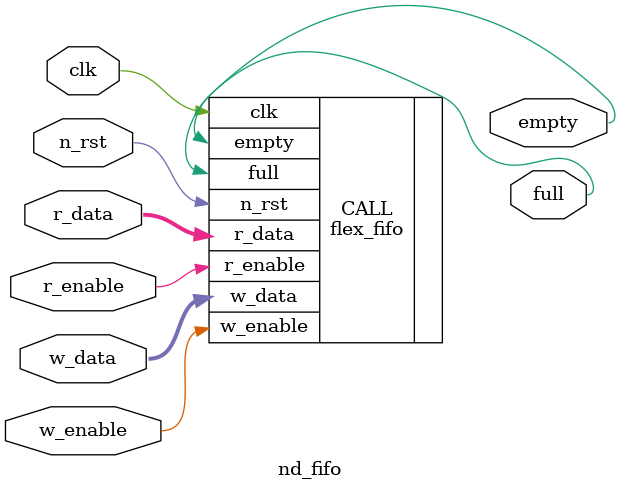
<source format=sv>

module nd_fifo (
		  input wire 	   clk,
		  input wire 	   n_rst,
		  input wire 	   r_enable,
		  input wire 	   w_enable,
		  input wire [7:0] w_data,
		  input wire [7:0] r_data,
		  output wire 	   empty,
		  output wire 	   full
		  );

   flex_fifo #(8,200, 9) CALL(
		       .clk(clk),
		       .n_rst(n_rst),
		       .r_enable(r_enable),
		       .w_enable(w_enable),
		       .w_data(w_data),
		       .r_data(r_data),
		       .empty(empty),
		       .full(full)
		       );
endmodule // data_fifo

</source>
